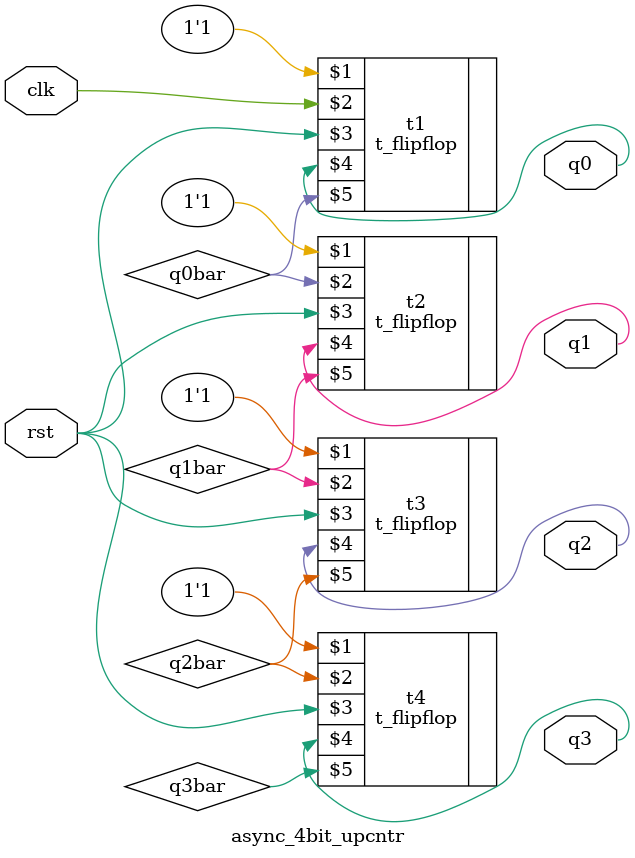
<source format=v>

module async_4bit_upcntr( input clk,rst, output q0,q1,q2,q3);

wire q0bar,qbar1,q2bar,q3bar ;

 t_flipflop t1(1'b1,clk,rst,q0 ,q0bar);
 t_flipflop t2(1'b1,q0bar,rst, q1, q1bar);
 t_flipflop t3(1'b1,q1bar,rst, q2 ,q2bar);
 t_flipflop t4(1'b1,q2bar,rst,q3,q3bar);
 
 
 
endmodule

</source>
